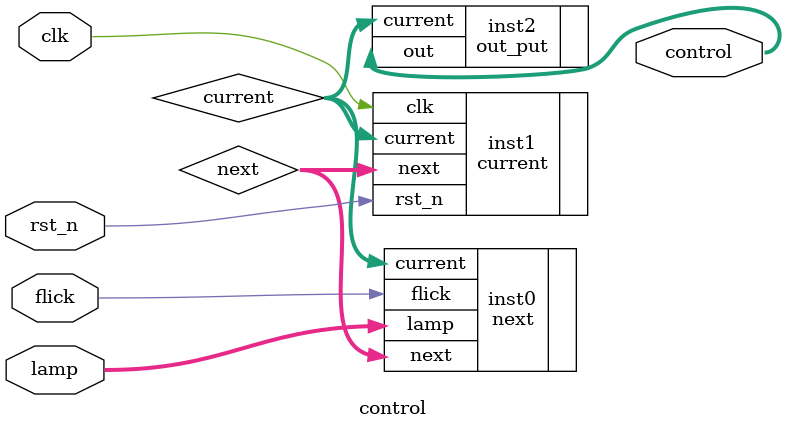
<source format=v>
module control(clk,rst_n,flick,lamp,control);
  input wire clk,rst_n, flick;
  input wire [15:0]lamp;
  output [1:0]control;
  wire [2:0]current,next;
  next      inst0(.lamp(lamp),
                  .flick(flick),
                  .current(current),
                  .next(next));
  current   inst1(.clk(clk),
                  .rst_n(rst_n),
                  .next(next),
                  .current(current));
  out_put   inst2(.current(current),
                  .out(control));
  
  
endmodule
</source>
